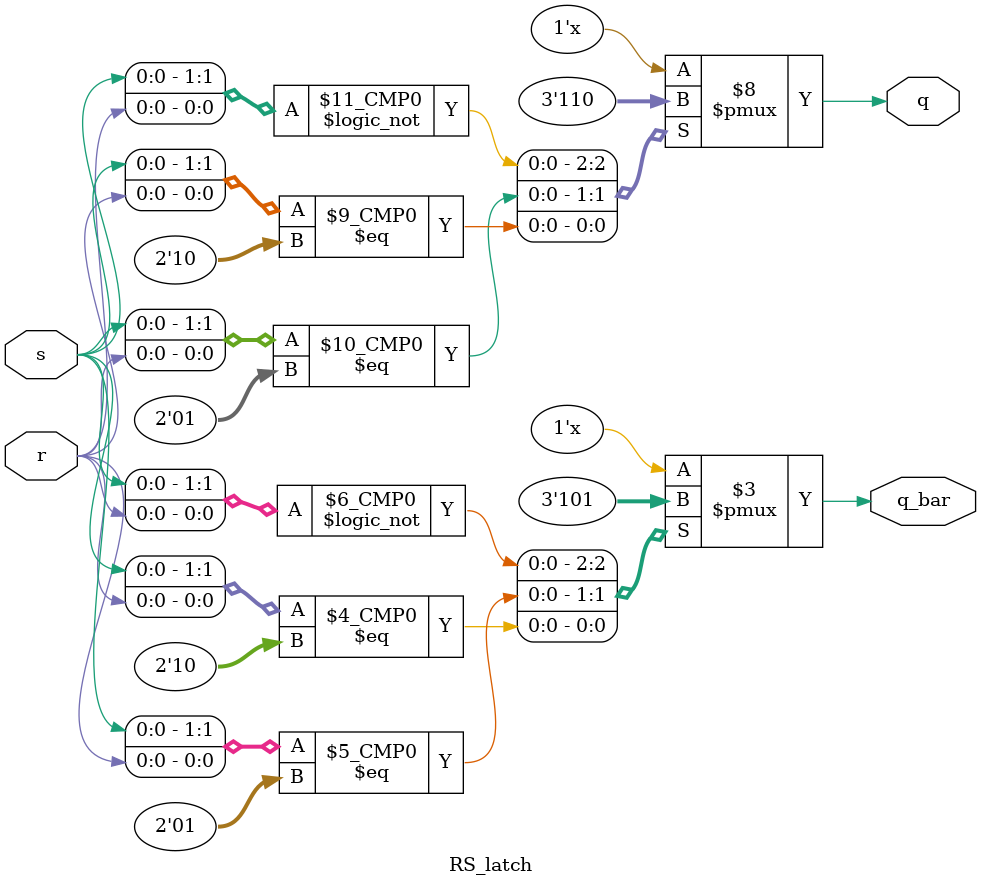
<source format=v>
module RS_latch (
    input  wire s, r,
    output reg  q, q_bar
);
  //remember it is prefered to consider RS-latch not SR-latch when NAND gates are used**
    always @(*) begin
        case ({s,r})
            2'b00: begin 
                q = 1; q_bar = 1; 
            end
            2'b01: begin 
                q = 1; q_bar = 0; 
            end
            2'b10: begin 
                q = 0; q_bar = 1; 
            end
            2'b11: begin 
                q = 1'bx; q_bar = 1'bx; 
            end
        endcase
    end
endmodule


</source>
